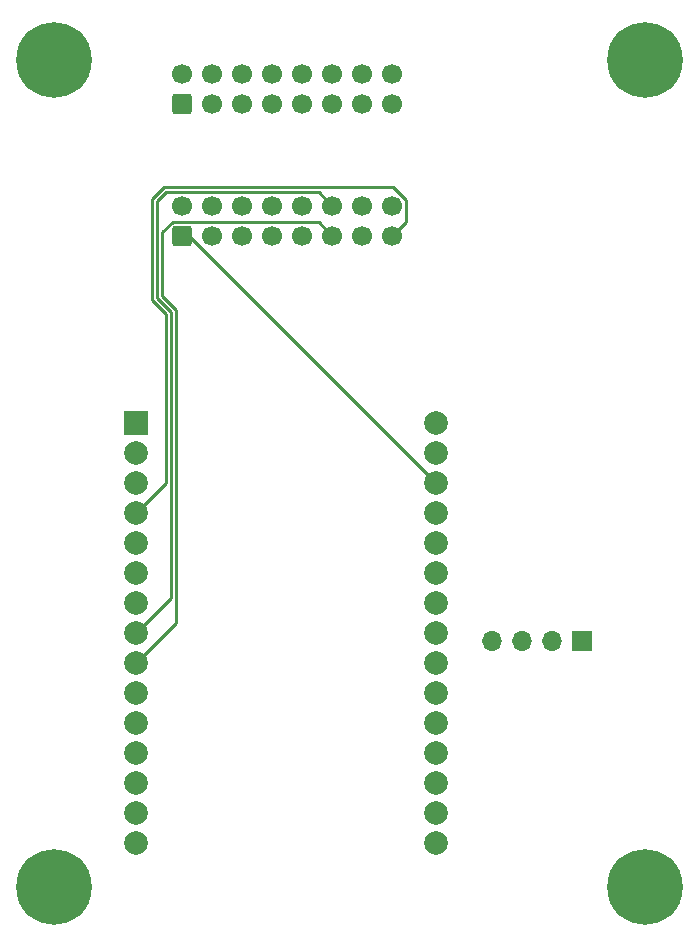
<source format=gbr>
%TF.GenerationSoftware,KiCad,Pcbnew,7.0.1-3b83917a11~172~ubuntu22.04.1*%
%TF.CreationDate,2023-03-21T01:48:29+08:00*%
%TF.ProjectId,PX Martix Board,5058204d-6172-4746-9978-20426f617264,rev?*%
%TF.SameCoordinates,Original*%
%TF.FileFunction,Copper,L1,Top*%
%TF.FilePolarity,Positive*%
%FSLAX46Y46*%
G04 Gerber Fmt 4.6, Leading zero omitted, Abs format (unit mm)*
G04 Created by KiCad (PCBNEW 7.0.1-3b83917a11~172~ubuntu22.04.1) date 2023-03-21 01:48:29*
%MOMM*%
%LPD*%
G01*
G04 APERTURE LIST*
G04 Aperture macros list*
%AMRoundRect*
0 Rectangle with rounded corners*
0 $1 Rounding radius*
0 $2 $3 $4 $5 $6 $7 $8 $9 X,Y pos of 4 corners*
0 Add a 4 corners polygon primitive as box body*
4,1,4,$2,$3,$4,$5,$6,$7,$8,$9,$2,$3,0*
0 Add four circle primitives for the rounded corners*
1,1,$1+$1,$2,$3*
1,1,$1+$1,$4,$5*
1,1,$1+$1,$6,$7*
1,1,$1+$1,$8,$9*
0 Add four rect primitives between the rounded corners*
20,1,$1+$1,$2,$3,$4,$5,0*
20,1,$1+$1,$4,$5,$6,$7,0*
20,1,$1+$1,$6,$7,$8,$9,0*
20,1,$1+$1,$8,$9,$2,$3,0*%
G04 Aperture macros list end*
%TA.AperFunction,ComponentPad*%
%ADD10R,2.000000X2.000000*%
%TD*%
%TA.AperFunction,ComponentPad*%
%ADD11C,2.000000*%
%TD*%
%TA.AperFunction,ComponentPad*%
%ADD12C,0.800000*%
%TD*%
%TA.AperFunction,ComponentPad*%
%ADD13C,6.400000*%
%TD*%
%TA.AperFunction,ComponentPad*%
%ADD14RoundRect,0.250000X0.600000X-0.600000X0.600000X0.600000X-0.600000X0.600000X-0.600000X-0.600000X0*%
%TD*%
%TA.AperFunction,ComponentPad*%
%ADD15C,1.700000*%
%TD*%
%TA.AperFunction,ComponentPad*%
%ADD16R,1.700000X1.700000*%
%TD*%
%TA.AperFunction,ComponentPad*%
%ADD17O,1.700000X1.700000*%
%TD*%
%TA.AperFunction,Conductor*%
%ADD18C,0.250000*%
%TD*%
G04 APERTURE END LIST*
D10*
%TO.P,U1,1,3V3*%
%TO.N,unconnected-(U1-Pad1)*%
X113930000Y-74729472D03*
D11*
%TO.P,U1,2,GND*%
%TO.N,GND*%
X113930000Y-77269472D03*
%TO.P,U1,3,D15*%
%TO.N,E*%
X113930000Y-79809472D03*
%TO.P,U1,4,D2*%
%TO.N,P_OE*%
X113930000Y-82349472D03*
%TO.P,U1,5,D4*%
%TO.N,unconnected-(U1-Pad5)*%
X113930000Y-84889472D03*
%TO.P,U1,6,RX2*%
%TO.N,unconnected-(U1-Pad6)*%
X113930000Y-87429472D03*
%TO.P,U1,7,TX2*%
%TO.N,unconnected-(U1-Pad7)*%
X113930000Y-89969472D03*
%TO.P,U1,8,D5*%
%TO.N,D*%
X113930000Y-92509472D03*
%TO.P,U1,9,D18*%
%TO.N,C*%
X113930000Y-95049472D03*
%TO.P,U1,10,D19*%
%TO.N,A*%
X113930000Y-97589472D03*
%TO.P,U1,11,D21*%
%TO.N,unconnected-(U1-Pad11)*%
X113930000Y-100129472D03*
%TO.P,U1,12,RX0*%
%TO.N,unconnected-(U1-Pad12)*%
X113930000Y-102669472D03*
%TO.P,U1,13,TX0*%
%TO.N,unconnected-(U1-Pad13)*%
X113930000Y-105209472D03*
%TO.P,U1,14,D22*%
%TO.N,STB{slash}LAT*%
X113930000Y-107749472D03*
%TO.P,U1,15,D23*%
%TO.N,B*%
X113930000Y-110289472D03*
%TO.P,U1,16,EN*%
%TO.N,unconnected-(U1-Pad16)*%
X139330000Y-110289472D03*
%TO.P,U1,17,VP*%
%TO.N,unconnected-(U1-Pad17)*%
X139330000Y-107749472D03*
%TO.P,U1,18,VN*%
%TO.N,unconnected-(U1-Pad18)*%
X139330000Y-105209472D03*
%TO.P,U1,19,D34*%
%TO.N,unconnected-(U1-Pad19)*%
X139330000Y-102669472D03*
%TO.P,U1,20,D35*%
%TO.N,unconnected-(U1-Pad20)*%
X139330000Y-100129472D03*
%TO.P,U1,21,D32*%
%TO.N,unconnected-(U1-Pad21)*%
X139330000Y-97589472D03*
%TO.P,U1,22,D33*%
%TO.N,unconnected-(U1-Pad22)*%
X139330000Y-95049472D03*
%TO.P,U1,23,D25*%
%TO.N,unconnected-(U1-Pad23)*%
X139330000Y-92509472D03*
%TO.P,U1,24,D26*%
%TO.N,unconnected-(U1-Pad24)*%
X139330000Y-89969472D03*
%TO.P,U1,25,D27*%
%TO.N,unconnected-(U1-Pad25)*%
X139330000Y-87429472D03*
%TO.P,U1,26,D14*%
%TO.N,CLK*%
X139330000Y-84889472D03*
%TO.P,U1,27,D12*%
%TO.N,unconnected-(U1-Pad27)*%
X139330000Y-82349472D03*
%TO.P,U1,28,D13*%
%TO.N,R0_L*%
X139330000Y-79809472D03*
%TO.P,U1,29,GND*%
%TO.N,GND*%
X139330000Y-77269472D03*
%TO.P,U1,30,VIN*%
%TO.N,+5V*%
X139330000Y-74729472D03*
%TD*%
D12*
%TO.P,M3,1*%
%TO.N,N/C*%
X157000000Y-46400000D03*
X154600000Y-44000000D03*
X158697056Y-45697056D03*
D13*
X157000000Y-44000000D03*
D12*
X155302944Y-45697056D03*
X159400000Y-44000000D03*
X158697056Y-42302944D03*
X157000000Y-41600000D03*
X155302944Y-42302944D03*
%TD*%
D14*
%TO.P,J3,1,Pin_1*%
%TO.N,R1_L{slash}R0_R*%
X117840000Y-47752500D03*
D15*
%TO.P,J3,2,Pin_2*%
%TO.N,G1_L{slash}G0_R*%
X117840000Y-45212500D03*
%TO.P,J3,3,Pin_3*%
%TO.N,B1_L{slash}B0_R*%
X120380000Y-47752500D03*
%TO.P,J3,4,Pin_4*%
%TO.N,unconnected-(J3-Pad4)*%
X120380000Y-45212500D03*
%TO.P,J3,5,Pin_5*%
%TO.N,G0_L{slash}R1_R*%
X122920000Y-47752500D03*
%TO.P,J3,6,Pin_6*%
%TO.N,B0_L{slash}G1_R*%
X122920000Y-45212500D03*
%TO.P,J3,7,Pin_7*%
%TO.N,unconnected-(J3-Pad7)*%
X125460000Y-47752500D03*
%TO.P,J3,8,Pin_8*%
%TO.N,unconnected-(J3-Pad8)*%
X125460000Y-45212500D03*
%TO.P,J3,9,Pin_9*%
%TO.N,unconnected-(J3-Pad9)*%
X128000000Y-47752500D03*
%TO.P,J3,10,Pin_10*%
%TO.N,unconnected-(J3-Pad10)*%
X128000000Y-45212500D03*
%TO.P,J3,11,Pin_11*%
%TO.N,unconnected-(J3-Pad11)*%
X130540000Y-47752500D03*
%TO.P,J3,12,Pin_12*%
%TO.N,unconnected-(J3-Pad12)*%
X130540000Y-45212500D03*
%TO.P,J3,13,Pin_13*%
%TO.N,unconnected-(J3-Pad13)*%
X133080000Y-47752500D03*
%TO.P,J3,14,Pin_14*%
%TO.N,unconnected-(J3-Pad14)*%
X133080000Y-45212500D03*
%TO.P,J3,15,Pin_15*%
%TO.N,unconnected-(J3-Pad15)*%
X135620000Y-47752500D03*
%TO.P,J3,16,Pin_16*%
%TO.N,unconnected-(J3-Pad16)*%
X135620000Y-45212500D03*
%TD*%
D13*
%TO.P,M3,1*%
%TO.N,N/C*%
X157000000Y-114000000D03*
D12*
X158697056Y-115697056D03*
X155302944Y-115697056D03*
X157000000Y-116400000D03*
X155302944Y-112302944D03*
X159400000Y-114000000D03*
X154600000Y-114000000D03*
X158697056Y-112302944D03*
X157000000Y-111600000D03*
%TD*%
%TO.P,M3,1*%
%TO.N,N/C*%
X105302944Y-42302944D03*
X105302944Y-45697056D03*
X109400000Y-44000000D03*
X108697056Y-45697056D03*
X108697056Y-42302944D03*
X107000000Y-46400000D03*
X107000000Y-41600000D03*
D13*
X107000000Y-44000000D03*
D12*
X104600000Y-44000000D03*
%TD*%
D14*
%TO.P,J2,1,Pin_1*%
%TO.N,R0_L*%
X117840000Y-58896972D03*
D15*
%TO.P,J2,2,Pin_2*%
%TO.N,G0_L{slash}R1_R*%
X117840000Y-56356972D03*
%TO.P,J2,3,Pin_3*%
%TO.N,B0_L{slash}G1_R*%
X120380000Y-58896972D03*
%TO.P,J2,4,Pin_4*%
%TO.N,GND*%
X120380000Y-56356972D03*
%TO.P,J2,5,Pin_5*%
%TO.N,R1_L{slash}R0_R*%
X122920000Y-58896972D03*
%TO.P,J2,6,Pin_6*%
%TO.N,G1_L{slash}G0_R*%
X122920000Y-56356972D03*
%TO.P,J2,7,Pin_7*%
%TO.N,B1_L{slash}B0_R*%
X125460000Y-58896972D03*
%TO.P,J2,8,Pin_8*%
%TO.N,E*%
X125460000Y-56356972D03*
%TO.P,J2,9,Pin_9*%
%TO.N,A*%
X128000000Y-58896972D03*
%TO.P,J2,10,Pin_10*%
%TO.N,B*%
X128000000Y-56356972D03*
%TO.P,J2,11,Pin_11*%
%TO.N,C*%
X130540000Y-58896972D03*
%TO.P,J2,12,Pin_12*%
%TO.N,D*%
X130540000Y-56356972D03*
%TO.P,J2,13,Pin_13*%
%TO.N,CLK*%
X133080000Y-58896972D03*
%TO.P,J2,14,Pin_14*%
%TO.N,STB{slash}LAT*%
X133080000Y-56356972D03*
%TO.P,J2,15,Pin_15*%
%TO.N,P_OE*%
X135620000Y-58896972D03*
%TO.P,J2,16,Pin_16*%
%TO.N,GND*%
X135620000Y-56356972D03*
%TD*%
D16*
%TO.P,J1,1,Pin_1*%
%TO.N,+5V*%
X151670000Y-93200000D03*
D17*
%TO.P,J1,2,Pin_2*%
X149130000Y-93200000D03*
%TO.P,J1,3,Pin_3*%
%TO.N,GND*%
X146590000Y-93200000D03*
%TO.P,J1,4,Pin_4*%
X144050000Y-93200000D03*
%TD*%
D12*
%TO.P,M3,1*%
%TO.N,N/C*%
X108697056Y-115697056D03*
X105302944Y-112302944D03*
X105302944Y-115697056D03*
X104600000Y-114000000D03*
X109400000Y-114000000D03*
X107000000Y-116400000D03*
X107000000Y-111600000D03*
D13*
X107000000Y-114000000D03*
D12*
X108697056Y-112302944D03*
%TD*%
D18*
%TO.N,P_OE*%
X116297160Y-54731972D02*
X135656701Y-54731972D01*
X136795000Y-57721972D02*
X135620000Y-58896972D01*
X135656701Y-54731972D02*
X136795000Y-55870271D01*
X116421195Y-79858277D02*
X116421195Y-65517263D01*
X115230000Y-64326068D02*
X115230000Y-55799132D01*
X136795000Y-55870271D02*
X136795000Y-57721972D01*
X115230000Y-55799132D02*
X116297160Y-54731972D01*
X116421195Y-65517263D02*
X115230000Y-64326068D01*
X113930000Y-82349472D02*
X116421195Y-79858277D01*
%TO.N,D*%
X115680000Y-64139672D02*
X116871195Y-65330867D01*
X115680000Y-55985528D02*
X115680000Y-64139672D01*
X116483556Y-55181972D02*
X115680000Y-55985528D01*
X116871195Y-65330867D02*
X116871195Y-89568277D01*
X130540000Y-56356972D02*
X129365000Y-55181972D01*
X116871195Y-89568277D02*
X113930000Y-92509472D01*
X129365000Y-55181972D02*
X116483556Y-55181972D01*
%TO.N,C*%
X130540000Y-58896972D02*
X129365000Y-57721972D01*
X117321195Y-65144471D02*
X117321195Y-91658277D01*
X117001827Y-57721972D02*
X116130000Y-58593799D01*
X129365000Y-57721972D02*
X117001827Y-57721972D01*
X116130000Y-63953276D02*
X117321195Y-65144471D01*
X116130000Y-58593799D02*
X116130000Y-63953276D01*
X117321195Y-91658277D02*
X113930000Y-95049472D01*
%TO.N,R0_L*%
X139330000Y-79809472D02*
X118417500Y-58896972D01*
X118417500Y-58896972D02*
X117840000Y-58896972D01*
%TD*%
M02*

</source>
